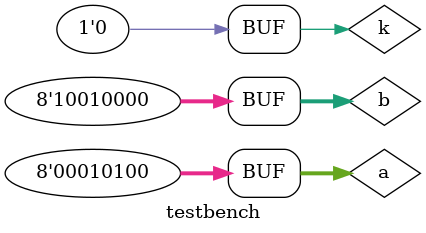
<source format=v>
module testbench();
reg [7:0] a, b;
reg k;
wire [7:0]  s;
wire cout;
add_sub asc(a, b, k, s, cout);
initial begin
 a=5; b=3; k=0;
#50 a=46; b=100; k=0;
#50 a=150; b=25; k=0;
#50 a=8'b01011100; b=8'b00011011; k=1;
#50 a=20; b=8'b10010000; k=0; #50;
end
endmodule
</source>
